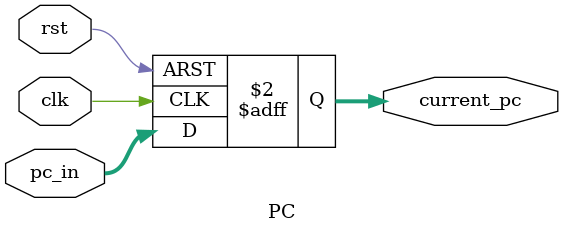
<source format=sv>
module PC (
    input logic clk,                    // Clock signal
    input logic rst,                    // Reset signal
    input logic [31:0] pc_in,           // Input PC value
    output logic [31:0] current_pc          // Current PC value
);
    always_ff @(posedge clk or posedge rst) begin
        if (rst) begin
            current_pc <= 32'b0;         // Reset PC to 0
        end else begin
            current_pc <= pc_in;         // Load the new PC value
         
        end
    end
endmodule

</source>
